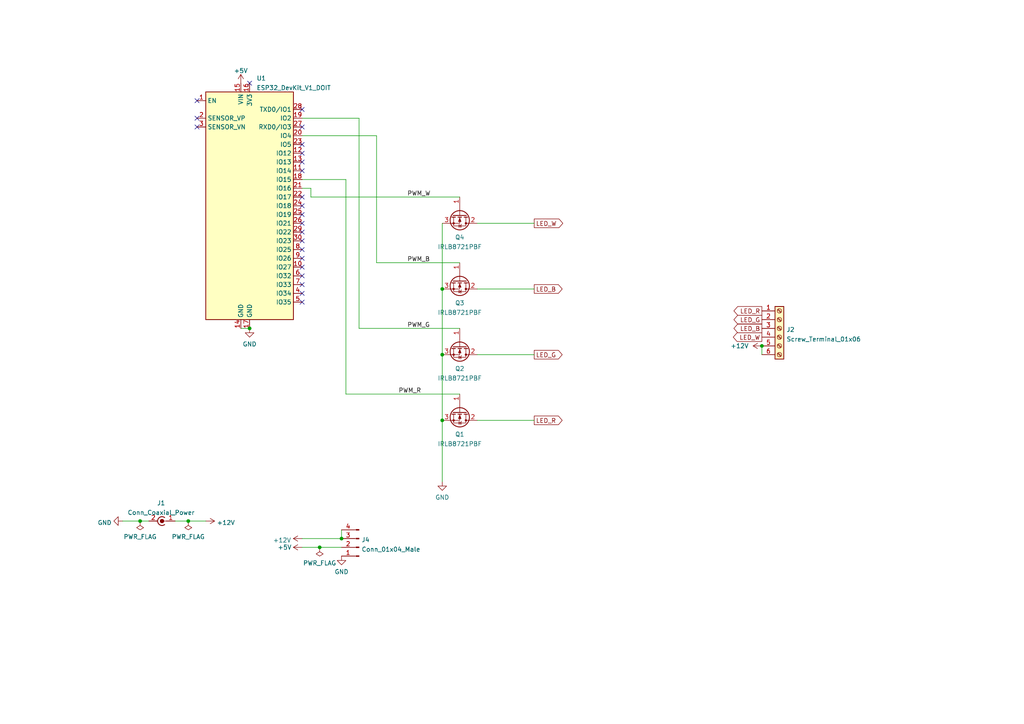
<source format=kicad_sch>
(kicad_sch (version 20211123) (generator eeschema)
  (paper "A4")
  (lib_symbols
    (symbol "Connector:Conn_01x04_Male" (pin_names (offset 1.016) hide)
      (property "Reference" "J" (at 0 5.08 0))
      (property "Value" "Conn_01x04_Male" (at 0 -7.62 0))
      (symbol "Conn_01x04_Male_1_1"
        (polyline (pts (xy 1.27 -5.08) (xy 0.8636 -5.08)) (stroke (width 0.1524)))
        (polyline (pts (xy 1.27 -2.54) (xy 0.8636 -2.54)) (stroke (width 0.1524)))
        (polyline (pts (xy 1.27 0) (xy 0.8636 0)) (stroke (width 0.1524)))
        (polyline (pts (xy 1.27 2.54) (xy 0.8636 2.54)) (stroke (width 0.1524)))
        (rectangle (start 0.8636 -4.953) (end 0 -5.207) (stroke (width 0.1524)) (fill (type outline)))
        (rectangle (start 0.8636 -2.413) (end 0 -2.667) (stroke (width 0.1524)) (fill (type outline)))
        (rectangle (start 0.8636 0.127) (end 0 -0.127) (stroke (width 0.1524)) (fill (type outline)))
        (rectangle (start 0.8636 2.667) (end 0 2.413) (stroke (width 0.1524)) (fill (type outline)))
        (pin passive line (at 5.08 2.54 180) (length 3.81) (name "Pin_1") (number "1"))
        (pin passive line (at 5.08 0 180) (length 3.81) (name "Pin_2") (number "2"))
        (pin passive line (at 5.08 -2.54 180) (length 3.81) (name "Pin_3") (number "3"))
        (pin passive line (at 5.08 -5.08 180) (length 3.81) (name "Pin_4") (number "4"))
      )
    )
    (symbol "Connector:Conn_Coaxial_Power" (pin_names (offset 1.016) hide)
      (property "Reference" "J" (at -5.08 -1.27 90))
      (property "Value" "Conn_Coaxial_Power" (at -3.175 -1.27 90))
      (symbol "Conn_Coaxial_Power_0_1"
        (arc (start -1.27 -1.27) (mid 0 -2.54) (end 1.27 -1.27) (stroke (width 0.254)))
        (arc (start -1.016 -0.508) (mid -1.2048 -0.8684) (end -1.27 -1.27) (stroke (width 0.254)))
        (circle (center 0 -1.27) (radius 0.508) (stroke (width 0.2032)) (fill (type outline)))
        (polyline (pts (xy 0 -2.54) (xy 0 -3.048)))
        (polyline (pts (xy 0 0) (xy 0 -1.27)))
        (arc (start 1.27 -1.27) (mid 1.2048 -0.8684) (end 1.016 -0.508) (stroke (width 0.254)))
      )
      (symbol "Conn_Coaxial_Power_1_1"
        (pin passive line (at 0 2.54 270) (length 2.54) (name "In") (number "1"))
        (pin passive line (at 0 -5.08 90) (length 2.54) (name "Ext") (number "2"))
      )
    )
    (symbol "Connector:Screw_Terminal_01x06" (pin_names (offset 1.016) hide)
      (property "Reference" "J" (at 0 7.62 0))
      (property "Value" "Screw_Terminal_01x06" (at 0 -10.16 0))
      (symbol "Screw_Terminal_01x06_1_1"
        (rectangle (start -1.27 6.35) (end 1.27 -8.89) (stroke (width 0.254)) (fill (type background)))
        (circle (center 0 -7.62) (radius 0.635) (stroke (width 0.1524)))
        (circle (center 0 -5.08) (radius 0.635) (stroke (width 0.1524)))
        (circle (center 0 -2.54) (radius 0.635) (stroke (width 0.1524)))
        (polyline (pts (xy -0.5334 -7.2898) (xy 0.3302 -8.128)) (stroke (width 0.1524)))
        (polyline (pts (xy -0.5334 -4.7498) (xy 0.3302 -5.588)) (stroke (width 0.1524)))
        (polyline (pts (xy -0.5334 -2.2098) (xy 0.3302 -3.048)) (stroke (width 0.1524)))
        (polyline (pts (xy -0.5334 0.3302) (xy 0.3302 -0.508)) (stroke (width 0.1524)))
        (polyline (pts (xy -0.5334 2.8702) (xy 0.3302 2.032)) (stroke (width 0.1524)))
        (polyline (pts (xy -0.5334 5.4102) (xy 0.3302 4.572)) (stroke (width 0.1524)))
        (polyline (pts (xy -0.3556 -7.112) (xy 0.508 -7.9502)) (stroke (width 0.1524)))
        (polyline (pts (xy -0.3556 -4.572) (xy 0.508 -5.4102)) (stroke (width 0.1524)))
        (polyline (pts (xy -0.3556 -2.032) (xy 0.508 -2.8702)) (stroke (width 0.1524)))
        (polyline (pts (xy -0.3556 0.508) (xy 0.508 -0.3302)) (stroke (width 0.1524)))
        (polyline (pts (xy -0.3556 3.048) (xy 0.508 2.2098)) (stroke (width 0.1524)))
        (polyline (pts (xy -0.3556 5.588) (xy 0.508 4.7498)) (stroke (width 0.1524)))
        (circle (center 0 0) (radius 0.635) (stroke (width 0.1524)))
        (circle (center 0 2.54) (radius 0.635) (stroke (width 0.1524)))
        (circle (center 0 5.08) (radius 0.635) (stroke (width 0.1524)))
        (pin passive line (at -5.08 5.08 0) (length 3.81) (name "Pin_1") (number "1"))
        (pin passive line (at -5.08 2.54 0) (length 3.81) (name "Pin_2") (number "2"))
        (pin passive line (at -5.08 0 0) (length 3.81) (name "Pin_3") (number "3"))
        (pin passive line (at -5.08 -2.54 0) (length 3.81) (name "Pin_4") (number "4"))
        (pin passive line (at -5.08 -5.08 0) (length 3.81) (name "Pin_5") (number "5"))
        (pin passive line (at -5.08 -7.62 0) (length 3.81) (name "Pin_6") (number "6"))
      )
    )
    (symbol "ESP32_DevKit_V1_DOIT:ESP32_DevKit_V1_DOIT"
      (property "Reference" "U" (at -11.43 34.29 0))
      (property "Value" "ESP32_DevKit_V1_DOIT" (at 11.43 34.29 0))
      (symbol "ESP32_DevKit_V1_DOIT_1_1"
        (rectangle (start -12.7 33.02) (end 12.7 -33.02) (stroke (width 0.254)) (fill (type background)))
        (pin input line (at -15.24 30.48 0) (length 2.54) (name "EN") (number "1"))
        (pin bidirectional line (at 15.24 -17.78 180) (length 2.54) (name "IO27") (number "10"))
        (pin bidirectional line (at 15.24 10.16 180) (length 2.54) (name "IO14") (number "11"))
        (pin bidirectional line (at 15.24 15.24 180) (length 2.54) (name "IO12") (number "12"))
        (pin bidirectional line (at 15.24 12.7 180) (length 2.54) (name "IO13") (number "13"))
        (pin power_in line (at -2.54 -35.56 90) (length 2.54) (name "GND") (number "14"))
        (pin power_in line (at -2.54 35.56 270) (length 2.54) (name "VIN") (number "15"))
        (pin power_in line (at 0 35.56 270) (length 2.54) (name "3V3") (number "16"))
        (pin power_in line (at 0 -35.56 90) (length 2.54) (name "GND") (number "17"))
        (pin bidirectional line (at 15.24 7.62 180) (length 2.54) (name "IO15") (number "18"))
        (pin bidirectional line (at 15.24 25.4 180) (length 2.54) (name "IO2") (number "19"))
        (pin input line (at -15.24 25.4 0) (length 2.54) (name "SENSOR_VP") (number "2"))
        (pin bidirectional line (at 15.24 20.32 180) (length 2.54) (name "IO4") (number "20"))
        (pin bidirectional line (at 15.24 5.08 180) (length 2.54) (name "IO16") (number "21"))
        (pin bidirectional line (at 15.24 2.54 180) (length 2.54) (name "IO17") (number "22"))
        (pin bidirectional line (at 15.24 17.78 180) (length 2.54) (name "IO5") (number "23"))
        (pin bidirectional line (at 15.24 0 180) (length 2.54) (name "IO18") (number "24"))
        (pin bidirectional line (at 15.24 -2.54 180) (length 2.54) (name "IO19") (number "25"))
        (pin bidirectional line (at 15.24 -5.08 180) (length 2.54) (name "IO21") (number "26"))
        (pin bidirectional line (at 15.24 22.86 180) (length 2.54) (name "RXD0/IO3") (number "27"))
        (pin bidirectional line (at 15.24 27.94 180) (length 2.54) (name "TXD0/IO1") (number "28"))
        (pin bidirectional line (at 15.24 -7.62 180) (length 2.54) (name "IO22") (number "29"))
        (pin input line (at -15.24 22.86 0) (length 2.54) (name "SENSOR_VN") (number "3"))
        (pin bidirectional line (at 15.24 -10.16 180) (length 2.54) (name "IO23") (number "30"))
        (pin bidirectional line (at 15.24 -25.4 180) (length 2.54) (name "IO34") (number "4"))
        (pin bidirectional line (at 15.24 -27.94 180) (length 2.54) (name "IO35") (number "5"))
        (pin bidirectional line (at 15.24 -20.32 180) (length 2.54) (name "IO32") (number "6"))
        (pin bidirectional line (at 15.24 -22.86 180) (length 2.54) (name "IO33") (number "7"))
        (pin bidirectional line (at 15.24 -12.7 180) (length 2.54) (name "IO25") (number "8"))
        (pin bidirectional line (at 15.24 -15.24 180) (length 2.54) (name "IO26") (number "9"))
      )
    )
    (symbol "Transistor_FET:IRLB8721PBF" (pin_names hide)
      (property "Reference" "Q" (at 6.35 1.905 0))
      (property "Value" "IRLB8721PBF" (at 6.35 0 0))
      (symbol "IRLB8721PBF_0_1"
        (polyline (pts (xy 0.254 0) (xy -2.54 0)))
        (polyline (pts (xy 0.254 1.905) (xy 0.254 -1.905)) (stroke (width 0.254)))
        (polyline (pts (xy 0.762 -1.27) (xy 0.762 -2.286)) (stroke (width 0.254)))
        (polyline (pts (xy 0.762 0.508) (xy 0.762 -0.508)) (stroke (width 0.254)))
        (polyline (pts (xy 0.762 2.286) (xy 0.762 1.27)) (stroke (width 0.254)))
        (polyline (pts (xy 2.54 2.54) (xy 2.54 1.778)))
        (polyline (pts (xy 2.54 -2.54) (xy 2.54 0) (xy 0.762 0)))
        (polyline (pts (xy 0.762 -1.778) (xy 3.302 -1.778) (xy 3.302 1.778) (xy 0.762 1.778)))
        (polyline (pts (xy 1.016 0) (xy 2.032 0.381) (xy 2.032 -0.381) (xy 1.016 0)) (fill (type outline)))
        (polyline (pts (xy 2.794 0.508) (xy 2.921 0.381) (xy 3.683 0.381) (xy 3.81 0.254)))
        (polyline (pts (xy 3.302 0.381) (xy 2.921 -0.254) (xy 3.683 -0.254) (xy 3.302 0.381)))
        (circle (center 1.651 0) (radius 2.794) (stroke (width 0.254)))
        (circle (center 2.54 -1.778) (radius 0.254) (fill (type outline)))
        (circle (center 2.54 1.778) (radius 0.254) (fill (type outline)))
      )
      (symbol "IRLB8721PBF_1_1"
        (pin input line (at -5.08 0 0) (length 2.54) (name "G") (number "1"))
        (pin passive line (at 2.54 5.08 270) (length 2.54) (name "D") (number "2"))
        (pin passive line (at 2.54 -5.08 90) (length 2.54) (name "S") (number "3"))
      )
    )
    (symbol "power:+12V" (power) (pin_names (offset 0))
      (property "Value" "+12V" (at 0 3.556 0))
      (symbol "+12V_0_1"
        (polyline (pts (xy -0.762 1.27) (xy 0 2.54)))
        (polyline (pts (xy 0 0) (xy 0 2.54)))
        (polyline (pts (xy 0 2.54) (xy 0.762 1.27)))
      )
      (symbol "+12V_1_1"
        (pin power_in line (at 0 0 90) (length 0) hide (name "+12V") (number "1"))
      )
    )
    (symbol "power:+5V" (power) (pin_names (offset 0))
      (property "Value" "+5V" (at 0 3.556 0))
      (symbol "+5V_0_1"
        (polyline (pts (xy -0.762 1.27) (xy 0 2.54)))
        (polyline (pts (xy 0 0) (xy 0 2.54)))
        (polyline (pts (xy 0 2.54) (xy 0.762 1.27)))
      )
      (symbol "+5V_1_1"
        (pin power_in line (at 0 0 90) (length 0) hide (name "+5V") (number "1"))
      )
    )
    (symbol "power:GND" (power) (pin_names (offset 0))
      (property "Value" "GND" (at 0 -3.81 0))
      (symbol "GND_0_1"
        (polyline (pts (xy 0 0) (xy 0 -1.27) (xy 1.27 -1.27) (xy 0 -2.54) (xy -1.27 -1.27) (xy 0 -1.27)))
      )
      (symbol "GND_1_1"
        (pin power_in line (at 0 0 270) (length 0) hide (name "GND") (number "1"))
      )
    )
    (symbol "power:PWR_FLAG" (power) (pin_numbers hide) (pin_names (offset 0) hide)
      (property "Value" "PWR_FLAG" (at 0 3.81 0))
      (symbol "PWR_FLAG_0_0"
        (pin power_out line (at 0 0 90) (length 0) (name "pwr") (number "1"))
      )
      (symbol "PWR_FLAG_0_1"
        (polyline (pts (xy 0 0) (xy 0 1.27) (xy -1.016 1.905) (xy 0 2.54) (xy 1.016 1.905) (xy 0 1.27)))
      )
    )
  )
  (junction (at 40.64 151.13))
  (junction (at 54.61 151.13))
  (junction (at 128.27 102.87))
  (junction (at 72.39 95.25))
  (junction (at 128.27 121.92))
  (junction (at 220.98 100.33))
  (junction (at 92.71 158.75))
  (junction (at 128.27 83.82))
  (junction (at 99.06 156.21))
  (no_connect (at 87.63 59.69))
  (no_connect (at 87.63 57.15))
  (no_connect (at 87.63 82.55))
  (no_connect (at 87.63 46.99))
  (no_connect (at 72.39 24.13))
  (no_connect (at 87.63 49.53))
  (no_connect (at 57.15 29.21))
  (no_connect (at 57.15 36.83))
  (no_connect (at 57.15 34.29))
  (no_connect (at 87.63 31.75))
  (no_connect (at 87.63 44.45))
  (no_connect (at 87.63 80.01))
  (no_connect (at 87.63 36.83))
  (no_connect (at 87.63 85.09))
  (no_connect (at 87.63 41.91))
  (no_connect (at 87.63 74.93))
  (no_connect (at 87.63 72.39))
  (no_connect (at 87.63 69.85))
  (no_connect (at 87.63 67.31))
  (no_connect (at 87.63 64.77))
  (no_connect (at 87.63 62.23))
  (no_connect (at 87.63 77.47))
  (no_connect (at 87.63 87.63))
  (wire (pts (xy 99.06 153.67) (xy 99.06 156.21)))
  (wire (pts (xy 128.27 64.77) (xy 128.27 83.82)))
  (wire (pts (xy 138.43 102.87) (xy 154.94 102.87)))
  (wire (pts (xy 138.43 64.77) (xy 154.94 64.77)))
  (wire (pts (xy 128.27 102.87) (xy 128.27 121.92)))
  (wire (pts (xy 109.22 39.37) (xy 87.63 39.37)))
  (wire (pts (xy 92.71 158.75) (xy 99.06 158.75)))
  (wire (pts (xy 109.22 76.2) (xy 109.22 39.37)))
  (wire (pts (xy 90.17 57.15) (xy 90.17 54.61)))
  (wire (pts (xy 35.56 151.13) (xy 40.64 151.13)))
  (wire (pts (xy 90.17 57.15) (xy 133.35 57.15)))
  (wire (pts (xy 128.27 121.92) (xy 128.27 139.7)))
  (wire (pts (xy 104.14 95.25) (xy 104.14 34.29)))
  (wire (pts (xy 100.33 52.07) (xy 87.63 52.07)))
  (wire (pts (xy 87.63 158.75) (xy 92.71 158.75)))
  (wire (pts (xy 87.63 156.21) (xy 99.06 156.21)))
  (wire (pts (xy 40.64 151.13) (xy 43.18 151.13)))
  (wire (pts (xy 128.27 83.82) (xy 128.27 102.87)))
  (wire (pts (xy 104.14 95.25) (xy 133.35 95.25)))
  (wire (pts (xy 138.43 83.82) (xy 154.94 83.82)))
  (wire (pts (xy 109.22 76.2) (xy 133.35 76.2)))
  (wire (pts (xy 138.43 121.92) (xy 154.94 121.92)))
  (wire (pts (xy 90.17 54.61) (xy 87.63 54.61)))
  (wire (pts (xy 220.98 100.33) (xy 220.98 102.87)))
  (wire (pts (xy 100.33 114.3) (xy 100.33 52.07)))
  (wire (pts (xy 54.61 151.13) (xy 50.8 151.13)))
  (wire (pts (xy 59.69 151.13) (xy 54.61 151.13)))
  (wire (pts (xy 104.14 34.29) (xy 87.63 34.29)))
  (wire (pts (xy 100.33 114.3) (xy 133.35 114.3)))
  (wire (pts (xy 69.85 95.25) (xy 72.39 95.25)))
  (label "PWM_R" (at 115.57 114.3 0))
  (label "PWM_G" (at 118.11 95.25 0))
  (label "PWM_B" (at 118.11 76.2 0))
  (label "PWM_W" (at 118.11 57.15 0))
  (global_label "LED_G" (shape output) (at 220.98 92.71 180) (property "Intersheet References" "${INTERSHEET_REFS}" (effects hide)))
  (global_label "LED_W" (shape output) (at 220.98 97.79 180) (property "Intersheet References" "${INTERSHEET_REFS}" (effects hide)))
  (global_label "LED_G" (shape output) (at 154.94 102.87 0) (property "Intersheet References" "${INTERSHEET_REFS}" (effects hide)))
  (global_label "LED_R" (shape output) (at 220.98 90.17 180) (property "Intersheet References" "${INTERSHEET_REFS}" (effects hide)))
  (global_label "LED_W" (shape output) (at 154.94 64.77 0) (property "Intersheet References" "${INTERSHEET_REFS}" (effects hide)))
  (global_label "LED_B" (shape output) (at 154.94 83.82 0) (property "Intersheet References" "${INTERSHEET_REFS}" (effects hide)))
  (global_label "LED_B" (shape output) (at 220.98 95.25 180) (property "Intersheet References" "${INTERSHEET_REFS}" (effects hide)))
  (global_label "LED_R" (shape output) (at 154.94 121.92 0) (property "Intersheet References" "${INTERSHEET_REFS}" (effects hide)))
  (symbol (lib_id "power:+12V") (at 220.98 100.33 90) (unit 1)
    (property "Reference" "#PWR0101" (effects hide))
    (property "Value" "+12V" (at 217.17 100.33 90) (effects (justify left)))
  )
  (symbol (lib_id "Connector:Conn_Coaxial_Power") (at 48.26 151.13 270) (unit 1)
    (property "Reference" "J1" (at 46.736 145.8935 90))
    (property "Value" "Conn_Coaxial_Power" (at 46.736 148.6686 90))
    (property "Footprint" "Connector_BarrelJack:BarrelJack_Horizontal" (effects hide))
  )
  (symbol (lib_id "power:+12V") (at 59.69 151.13 270) (unit 1)
    (property "Reference" "#PWR0108" (effects hide))
    (property "Value" "+12V" (at 62.865 151.609 90) (effects (justify left)))
  )
  (symbol (lib_id "power:PWR_FLAG") (at 40.64 151.13 180) (unit 1)
    (property "Reference" "#FLG0103" (effects hide))
    (property "Value" "PWR_FLAG" (at 40.64 155.6925 0))
  )
  (symbol (lib_id "Transistor_FET:IRLB8721PBF") (at 133.35 81.28 270) (unit 1)
    (property "Reference" "Q3" (at 133.35 87.8745 90))
    (property "Value" "IRLB8721PBF" (at 133.35 90.6496 90))
    (property "Footprint" "Package_TO_SOT_THT:TO-220-3_Vertical" (effects hide))
    (property "Datasheet" "http://www.infineon.com/dgdl/irlb8721pbf.pdf?fileId=5546d462533600a40153566056732591" (effects hide))
  )
  (symbol (lib_id "Transistor_FET:IRLB8721PBF") (at 133.35 119.38 270) (unit 1)
    (property "Reference" "Q1" (at 133.35 125.9745 90))
    (property "Value" "IRLB8721PBF" (at 133.35 128.7496 90))
    (property "Footprint" "Package_TO_SOT_THT:TO-220-3_Vertical" (effects hide))
    (property "Datasheet" "http://www.infineon.com/dgdl/irlb8721pbf.pdf?fileId=5546d462533600a40153566056732591" (effects hide))
  )
  (symbol (lib_id "Connector:Conn_01x04_Male") (at 104.14 158.75 180) (unit 1)
    (property "Reference" "J4" (at 104.8512 156.5715 0) (effects (justify right)))
    (property "Value" "Conn_01x04_Male" (at 104.8512 159.3466 0) (effects (justify right)))
    (property "Footprint" "Connector_PinHeader_2.54mm:PinHeader_1x04_P2.54mm_Vertical" (effects hide))
  )
  (symbol (lib_id "Transistor_FET:IRLB8721PBF") (at 133.35 62.23 270) (unit 1)
    (property "Reference" "Q4" (at 133.35 68.8245 90))
    (property "Value" "IRLB8721PBF" (at 133.35 71.5996 90))
    (property "Footprint" "Package_TO_SOT_THT:TO-220-3_Vertical" (effects hide))
    (property "Datasheet" "http://www.infineon.com/dgdl/irlb8721pbf.pdf?fileId=5546d462533600a40153566056732591" (effects hide))
  )
  (symbol (lib_id "power:GND") (at 72.39 95.25 0) (mirror y) (unit 1)
    (property "Reference" "#PWR0102" (effects hide))
    (property "Value" "GND" (at 72.39 99.8125 0))
  )
  (symbol (lib_id "power:GND") (at 99.06 161.29 0) (unit 1)
    (property "Reference" "#PWR0104" (effects hide))
    (property "Value" "GND" (at 99.06 165.8525 0))
  )
  (symbol (lib_id "ESP32_DevKit_V1_DOIT:ESP32_DevKit_V1_DOIT") (at 72.39 59.69 0) (unit 1)
    (property "Reference" "U1" (at 74.4094 22.7035 0) (effects (justify left)))
    (property "Value" "ESP32_DevKit_V1_DOIT" (at 74.4094 25.4786 0) (effects (justify left)))
    (property "Footprint" "ESP32_DevKit_V1_DOIT:esp32_devkit_v1_doit" (effects hide))
  )
  (symbol (lib_id "power:GND") (at 128.27 139.7 0) (unit 1)
    (property "Reference" "#PWR0103" (effects hide))
    (property "Value" "GND" (at 128.27 144.2625 0))
  )
  (symbol (lib_id "power:PWR_FLAG") (at 54.61 151.13 180) (unit 1)
    (property "Reference" "#FLG0102" (effects hide))
    (property "Value" "PWR_FLAG" (at 54.61 155.6925 0))
  )
  (symbol (lib_id "power:+5V") (at 69.85 24.13 0) (mirror y) (unit 1)
    (property "Reference" "#PWR0107" (effects hide))
    (property "Value" "+5V" (at 69.85 20.5255 0))
  )
  (symbol (lib_id "Connector:Screw_Terminal_01x06") (at 226.06 95.25 0) (unit 1)
    (property "Reference" "J2" (at 228.092 95.6115 0) (effects (justify left)))
    (property "Value" "Screw_Terminal_01x06" (at 228.092 98.3866 0) (effects (justify left)))
    (property "Footprint" "TerminalBlock:TerminalBlock_bornier-6_P5.08mm" (effects hide))
  )
  (symbol (lib_id "power:+12V") (at 87.63 156.21 90) (unit 1)
    (property "Reference" "#PWR0105" (effects hide))
    (property "Value" "+12V" (at 84.455 156.689 90) (effects (justify left)))
  )
  (symbol (lib_id "power:PWR_FLAG") (at 92.71 158.75 180) (unit 1)
    (property "Reference" "#FLG0101" (effects hide))
    (property "Value" "PWR_FLAG" (at 92.71 163.3125 0))
  )
  (symbol (lib_id "Transistor_FET:IRLB8721PBF") (at 133.35 100.33 270) (unit 1)
    (property "Reference" "Q2" (at 133.35 106.9245 90))
    (property "Value" "IRLB8721PBF" (at 133.35 109.6996 90))
    (property "Footprint" "Package_TO_SOT_THT:TO-220-3_Vertical" (effects hide))
    (property "Datasheet" "http://www.infineon.com/dgdl/irlb8721pbf.pdf?fileId=5546d462533600a40153566056732591" (effects hide))
  )
  (symbol (lib_id "power:GND") (at 35.56 151.13 270) (unit 1)
    (property "Reference" "#PWR0109" (effects hide))
    (property "Value" "GND" (at 32.3851 151.609 90) (effects (justify right)))
  )
  (symbol (lib_id "power:+5V") (at 87.63 158.75 90) (unit 1)
    (property "Reference" "#PWR0106" (effects hide))
    (property "Value" "+5V" (at 82.55 158.75 90))
  )
)
</source>
